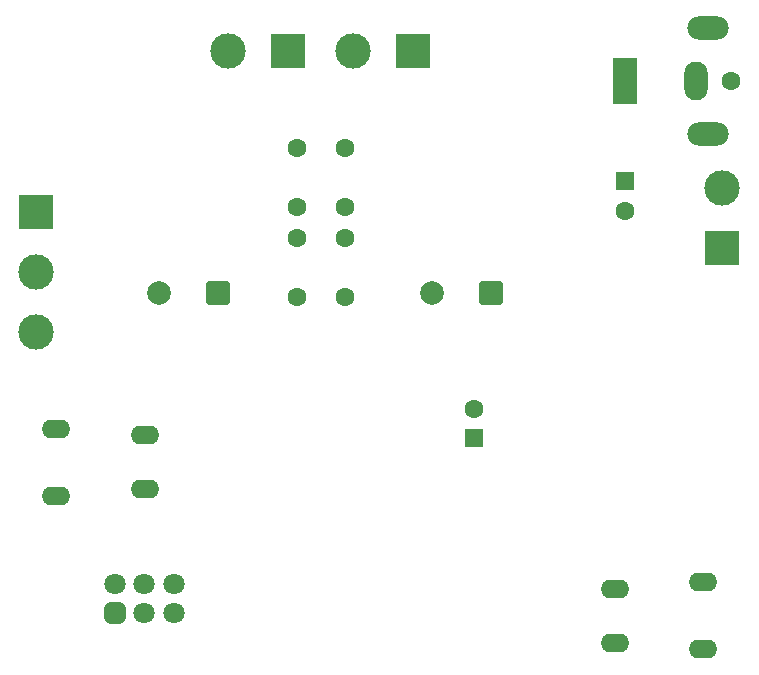
<source format=gbs>
G04 #@! TF.GenerationSoftware,KiCad,Pcbnew,9.0.3*
G04 #@! TF.CreationDate,2025-08-11T22:09:38-04:00*
G04 #@! TF.ProjectId,Class D Amplifier,436c6173-7320-4442-9041-6d706c696669,rev?*
G04 #@! TF.SameCoordinates,Original*
G04 #@! TF.FileFunction,Soldermask,Bot*
G04 #@! TF.FilePolarity,Negative*
%FSLAX46Y46*%
G04 Gerber Fmt 4.6, Leading zero omitted, Abs format (unit mm)*
G04 Created by KiCad (PCBNEW 9.0.3) date 2025-08-11 22:09:38*
%MOMM*%
%LPD*%
G01*
G04 APERTURE LIST*
G04 Aperture macros list*
%AMRoundRect*
0 Rectangle with rounded corners*
0 $1 Rounding radius*
0 $2 $3 $4 $5 $6 $7 $8 $9 X,Y pos of 4 corners*
0 Add a 4 corners polygon primitive as box body*
4,1,4,$2,$3,$4,$5,$6,$7,$8,$9,$2,$3,0*
0 Add four circle primitives for the rounded corners*
1,1,$1+$1,$2,$3*
1,1,$1+$1,$4,$5*
1,1,$1+$1,$6,$7*
1,1,$1+$1,$8,$9*
0 Add four rect primitives between the rounded corners*
20,1,$1+$1,$2,$3,$4,$5,0*
20,1,$1+$1,$4,$5,$6,$7,0*
20,1,$1+$1,$6,$7,$8,$9,0*
20,1,$1+$1,$8,$9,$2,$3,0*%
G04 Aperture macros list end*
%ADD10RoundRect,0.250000X0.550000X-0.550000X0.550000X0.550000X-0.550000X0.550000X-0.550000X-0.550000X0*%
%ADD11C,1.600000*%
%ADD12RoundRect,0.250000X0.750000X0.750000X-0.750000X0.750000X-0.750000X-0.750000X0.750000X-0.750000X0*%
%ADD13C,2.000000*%
%ADD14R,3.000000X3.000000*%
%ADD15C,3.000000*%
%ADD16RoundRect,0.450000X-0.450000X0.450000X-0.450000X-0.450000X0.450000X-0.450000X0.450000X0.450000X0*%
%ADD17C,1.800000*%
%ADD18R,2.000000X4.000000*%
%ADD19O,2.000000X3.300000*%
%ADD20O,3.500000X2.000000*%
%ADD21O,2.400000X1.600000*%
%ADD22RoundRect,0.250000X-0.550000X0.550000X-0.550000X-0.550000X0.550000X-0.550000X0.550000X0.550000X0*%
G04 APERTURE END LIST*
D10*
G04 #@! TO.C,C8*
X74900000Y-76182380D03*
D11*
X74900000Y-73682380D03*
G04 #@! TD*
D12*
G04 #@! TO.C,C42*
X53267677Y-63900000D03*
D13*
X48267677Y-63900000D03*
G04 #@! TD*
D14*
G04 #@! TO.C,J4*
X95900000Y-60040000D03*
D15*
X95900000Y-54960000D03*
G04 #@! TD*
D14*
G04 #@! TO.C,J5*
X69700000Y-43400000D03*
D15*
X64620000Y-43400000D03*
G04 #@! TD*
D16*
G04 #@! TO.C,RV1*
X44500000Y-91000000D03*
D17*
X47000000Y-91000000D03*
X49500000Y-91000000D03*
X44500000Y-88500000D03*
X47000000Y-88500000D03*
X49500000Y-88500000D03*
G04 #@! TD*
D11*
G04 #@! TO.C,C32*
X59900000Y-59200000D03*
X59900000Y-64200000D03*
G04 #@! TD*
G04 #@! TO.C,C31*
X64000000Y-59200000D03*
X64000000Y-64200000D03*
G04 #@! TD*
G04 #@! TO.C,C30*
X59900000Y-51600000D03*
X59900000Y-56600000D03*
G04 #@! TD*
G04 #@! TO.C,C29*
X64000000Y-51600000D03*
X64000000Y-56600000D03*
G04 #@! TD*
G04 #@! TO.C,J3*
X96700000Y-45900000D03*
D18*
X87700000Y-45900000D03*
D19*
X93700000Y-45900000D03*
D20*
X94700000Y-50400000D03*
X94700000Y-41400000D03*
G04 #@! TD*
D21*
G04 #@! TO.C,J2*
X47050000Y-75900000D03*
X39550000Y-81050000D03*
X39550000Y-75350000D03*
X47050000Y-80500000D03*
G04 #@! TD*
D14*
G04 #@! TO.C,J1*
X37800000Y-57020000D03*
D15*
X37800000Y-62100000D03*
X37800000Y-67180000D03*
G04 #@! TD*
D14*
G04 #@! TO.C,J6*
X59140000Y-43400000D03*
D15*
X54060000Y-43400000D03*
G04 #@! TD*
D12*
G04 #@! TO.C,C41*
X76367677Y-63900000D03*
D13*
X71367677Y-63900000D03*
G04 #@! TD*
D22*
G04 #@! TO.C,C11*
X87700000Y-54400000D03*
D11*
X87700000Y-56900000D03*
G04 #@! TD*
D21*
G04 #@! TO.C,J7*
X86800000Y-93500000D03*
X94300000Y-88350000D03*
X94300000Y-94050000D03*
X86800000Y-88900000D03*
G04 #@! TD*
M02*

</source>
